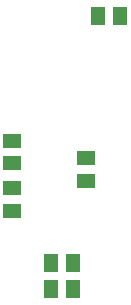
<source format=gbr>
G04 EAGLE Gerber RS-274X export*
G75*
%MOMM*%
%FSLAX34Y34*%
%LPD*%
%INSolderpaste Top*%
%IPPOS*%
%AMOC8*
5,1,8,0,0,1.08239X$1,22.5*%
G01*
%ADD10R,1.300000X1.500000*%
%ADD11R,1.500000X1.300000*%


D10*
X-9670Y-50620D03*
X9330Y-50620D03*
X-9400Y-72460D03*
X9600Y-72460D03*
D11*
X-42360Y52935D03*
X-42360Y33935D03*
X-42430Y-6410D03*
X-42430Y12590D03*
X20550Y18930D03*
X20550Y37930D03*
D10*
X30100Y158730D03*
X49100Y158730D03*
M02*

</source>
